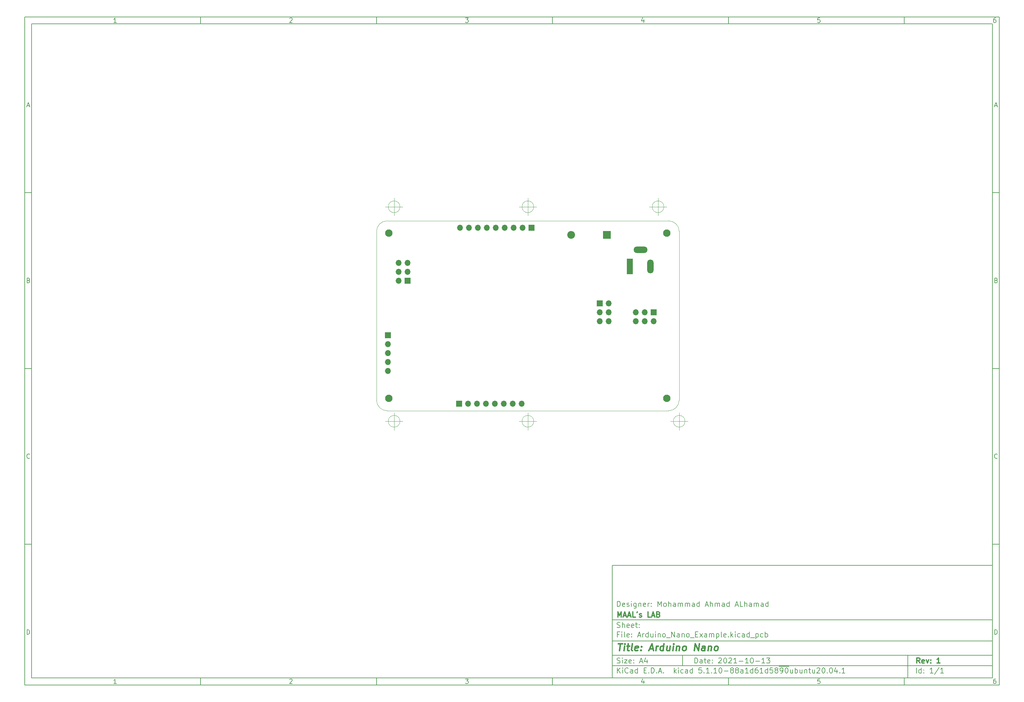
<source format=gbr>
%TF.GenerationSoftware,KiCad,Pcbnew,5.1.10-88a1d61d58~90~ubuntu20.04.1*%
%TF.CreationDate,2021-10-13T17:16:21+03:00*%
%TF.ProjectId,Arduino_Nano_Example,41726475-696e-46f5-9f4e-616e6f5f4578,1*%
%TF.SameCoordinates,Original*%
%TF.FileFunction,Soldermask,Bot*%
%TF.FilePolarity,Negative*%
%FSLAX46Y46*%
G04 Gerber Fmt 4.6, Leading zero omitted, Abs format (unit mm)*
G04 Created by KiCad (PCBNEW 5.1.10-88a1d61d58~90~ubuntu20.04.1) date 2021-10-13 17:16:21*
%MOMM*%
%LPD*%
G01*
G04 APERTURE LIST*
%ADD10C,0.100000*%
%ADD11C,0.150000*%
%ADD12C,0.300000*%
%ADD13C,0.400000*%
%TA.AperFunction,Profile*%
%ADD14C,0.050000*%
%TD*%
%ADD15O,1.700000X1.700000*%
%ADD16R,1.700000X1.700000*%
%ADD17O,2.200000X2.200000*%
%ADD18R,2.200000X2.200000*%
%ADD19O,4.000000X1.800000*%
%ADD20O,1.800000X4.000000*%
%ADD21R,1.800000X4.400000*%
%ADD22C,2.100000*%
G04 APERTURE END LIST*
D10*
D11*
X177002200Y-166007200D02*
X177002200Y-198007200D01*
X285002200Y-198007200D01*
X285002200Y-166007200D01*
X177002200Y-166007200D01*
D10*
D11*
X10000000Y-10000000D02*
X10000000Y-200007200D01*
X287002200Y-200007200D01*
X287002200Y-10000000D01*
X10000000Y-10000000D01*
D10*
D11*
X12000000Y-12000000D02*
X12000000Y-198007200D01*
X285002200Y-198007200D01*
X285002200Y-12000000D01*
X12000000Y-12000000D01*
D10*
D11*
X60000000Y-12000000D02*
X60000000Y-10000000D01*
D10*
D11*
X110000000Y-12000000D02*
X110000000Y-10000000D01*
D10*
D11*
X160000000Y-12000000D02*
X160000000Y-10000000D01*
D10*
D11*
X210000000Y-12000000D02*
X210000000Y-10000000D01*
D10*
D11*
X260000000Y-12000000D02*
X260000000Y-10000000D01*
D10*
D11*
X36065476Y-11588095D02*
X35322619Y-11588095D01*
X35694047Y-11588095D02*
X35694047Y-10288095D01*
X35570238Y-10473809D01*
X35446428Y-10597619D01*
X35322619Y-10659523D01*
D10*
D11*
X85322619Y-10411904D02*
X85384523Y-10350000D01*
X85508333Y-10288095D01*
X85817857Y-10288095D01*
X85941666Y-10350000D01*
X86003571Y-10411904D01*
X86065476Y-10535714D01*
X86065476Y-10659523D01*
X86003571Y-10845238D01*
X85260714Y-11588095D01*
X86065476Y-11588095D01*
D10*
D11*
X135260714Y-10288095D02*
X136065476Y-10288095D01*
X135632142Y-10783333D01*
X135817857Y-10783333D01*
X135941666Y-10845238D01*
X136003571Y-10907142D01*
X136065476Y-11030952D01*
X136065476Y-11340476D01*
X136003571Y-11464285D01*
X135941666Y-11526190D01*
X135817857Y-11588095D01*
X135446428Y-11588095D01*
X135322619Y-11526190D01*
X135260714Y-11464285D01*
D10*
D11*
X185941666Y-10721428D02*
X185941666Y-11588095D01*
X185632142Y-10226190D02*
X185322619Y-11154761D01*
X186127380Y-11154761D01*
D10*
D11*
X236003571Y-10288095D02*
X235384523Y-10288095D01*
X235322619Y-10907142D01*
X235384523Y-10845238D01*
X235508333Y-10783333D01*
X235817857Y-10783333D01*
X235941666Y-10845238D01*
X236003571Y-10907142D01*
X236065476Y-11030952D01*
X236065476Y-11340476D01*
X236003571Y-11464285D01*
X235941666Y-11526190D01*
X235817857Y-11588095D01*
X235508333Y-11588095D01*
X235384523Y-11526190D01*
X235322619Y-11464285D01*
D10*
D11*
X285941666Y-10288095D02*
X285694047Y-10288095D01*
X285570238Y-10350000D01*
X285508333Y-10411904D01*
X285384523Y-10597619D01*
X285322619Y-10845238D01*
X285322619Y-11340476D01*
X285384523Y-11464285D01*
X285446428Y-11526190D01*
X285570238Y-11588095D01*
X285817857Y-11588095D01*
X285941666Y-11526190D01*
X286003571Y-11464285D01*
X286065476Y-11340476D01*
X286065476Y-11030952D01*
X286003571Y-10907142D01*
X285941666Y-10845238D01*
X285817857Y-10783333D01*
X285570238Y-10783333D01*
X285446428Y-10845238D01*
X285384523Y-10907142D01*
X285322619Y-11030952D01*
D10*
D11*
X60000000Y-198007200D02*
X60000000Y-200007200D01*
D10*
D11*
X110000000Y-198007200D02*
X110000000Y-200007200D01*
D10*
D11*
X160000000Y-198007200D02*
X160000000Y-200007200D01*
D10*
D11*
X210000000Y-198007200D02*
X210000000Y-200007200D01*
D10*
D11*
X260000000Y-198007200D02*
X260000000Y-200007200D01*
D10*
D11*
X36065476Y-199595295D02*
X35322619Y-199595295D01*
X35694047Y-199595295D02*
X35694047Y-198295295D01*
X35570238Y-198481009D01*
X35446428Y-198604819D01*
X35322619Y-198666723D01*
D10*
D11*
X85322619Y-198419104D02*
X85384523Y-198357200D01*
X85508333Y-198295295D01*
X85817857Y-198295295D01*
X85941666Y-198357200D01*
X86003571Y-198419104D01*
X86065476Y-198542914D01*
X86065476Y-198666723D01*
X86003571Y-198852438D01*
X85260714Y-199595295D01*
X86065476Y-199595295D01*
D10*
D11*
X135260714Y-198295295D02*
X136065476Y-198295295D01*
X135632142Y-198790533D01*
X135817857Y-198790533D01*
X135941666Y-198852438D01*
X136003571Y-198914342D01*
X136065476Y-199038152D01*
X136065476Y-199347676D01*
X136003571Y-199471485D01*
X135941666Y-199533390D01*
X135817857Y-199595295D01*
X135446428Y-199595295D01*
X135322619Y-199533390D01*
X135260714Y-199471485D01*
D10*
D11*
X185941666Y-198728628D02*
X185941666Y-199595295D01*
X185632142Y-198233390D02*
X185322619Y-199161961D01*
X186127380Y-199161961D01*
D10*
D11*
X236003571Y-198295295D02*
X235384523Y-198295295D01*
X235322619Y-198914342D01*
X235384523Y-198852438D01*
X235508333Y-198790533D01*
X235817857Y-198790533D01*
X235941666Y-198852438D01*
X236003571Y-198914342D01*
X236065476Y-199038152D01*
X236065476Y-199347676D01*
X236003571Y-199471485D01*
X235941666Y-199533390D01*
X235817857Y-199595295D01*
X235508333Y-199595295D01*
X235384523Y-199533390D01*
X235322619Y-199471485D01*
D10*
D11*
X285941666Y-198295295D02*
X285694047Y-198295295D01*
X285570238Y-198357200D01*
X285508333Y-198419104D01*
X285384523Y-198604819D01*
X285322619Y-198852438D01*
X285322619Y-199347676D01*
X285384523Y-199471485D01*
X285446428Y-199533390D01*
X285570238Y-199595295D01*
X285817857Y-199595295D01*
X285941666Y-199533390D01*
X286003571Y-199471485D01*
X286065476Y-199347676D01*
X286065476Y-199038152D01*
X286003571Y-198914342D01*
X285941666Y-198852438D01*
X285817857Y-198790533D01*
X285570238Y-198790533D01*
X285446428Y-198852438D01*
X285384523Y-198914342D01*
X285322619Y-199038152D01*
D10*
D11*
X10000000Y-60000000D02*
X12000000Y-60000000D01*
D10*
D11*
X10000000Y-110000000D02*
X12000000Y-110000000D01*
D10*
D11*
X10000000Y-160000000D02*
X12000000Y-160000000D01*
D10*
D11*
X10690476Y-35216666D02*
X11309523Y-35216666D01*
X10566666Y-35588095D02*
X11000000Y-34288095D01*
X11433333Y-35588095D01*
D10*
D11*
X11092857Y-84907142D02*
X11278571Y-84969047D01*
X11340476Y-85030952D01*
X11402380Y-85154761D01*
X11402380Y-85340476D01*
X11340476Y-85464285D01*
X11278571Y-85526190D01*
X11154761Y-85588095D01*
X10659523Y-85588095D01*
X10659523Y-84288095D01*
X11092857Y-84288095D01*
X11216666Y-84350000D01*
X11278571Y-84411904D01*
X11340476Y-84535714D01*
X11340476Y-84659523D01*
X11278571Y-84783333D01*
X11216666Y-84845238D01*
X11092857Y-84907142D01*
X10659523Y-84907142D01*
D10*
D11*
X11402380Y-135464285D02*
X11340476Y-135526190D01*
X11154761Y-135588095D01*
X11030952Y-135588095D01*
X10845238Y-135526190D01*
X10721428Y-135402380D01*
X10659523Y-135278571D01*
X10597619Y-135030952D01*
X10597619Y-134845238D01*
X10659523Y-134597619D01*
X10721428Y-134473809D01*
X10845238Y-134350000D01*
X11030952Y-134288095D01*
X11154761Y-134288095D01*
X11340476Y-134350000D01*
X11402380Y-134411904D01*
D10*
D11*
X10659523Y-185588095D02*
X10659523Y-184288095D01*
X10969047Y-184288095D01*
X11154761Y-184350000D01*
X11278571Y-184473809D01*
X11340476Y-184597619D01*
X11402380Y-184845238D01*
X11402380Y-185030952D01*
X11340476Y-185278571D01*
X11278571Y-185402380D01*
X11154761Y-185526190D01*
X10969047Y-185588095D01*
X10659523Y-185588095D01*
D10*
D11*
X287002200Y-60000000D02*
X285002200Y-60000000D01*
D10*
D11*
X287002200Y-110000000D02*
X285002200Y-110000000D01*
D10*
D11*
X287002200Y-160000000D02*
X285002200Y-160000000D01*
D10*
D11*
X285692676Y-35216666D02*
X286311723Y-35216666D01*
X285568866Y-35588095D02*
X286002200Y-34288095D01*
X286435533Y-35588095D01*
D10*
D11*
X286095057Y-84907142D02*
X286280771Y-84969047D01*
X286342676Y-85030952D01*
X286404580Y-85154761D01*
X286404580Y-85340476D01*
X286342676Y-85464285D01*
X286280771Y-85526190D01*
X286156961Y-85588095D01*
X285661723Y-85588095D01*
X285661723Y-84288095D01*
X286095057Y-84288095D01*
X286218866Y-84350000D01*
X286280771Y-84411904D01*
X286342676Y-84535714D01*
X286342676Y-84659523D01*
X286280771Y-84783333D01*
X286218866Y-84845238D01*
X286095057Y-84907142D01*
X285661723Y-84907142D01*
D10*
D11*
X286404580Y-135464285D02*
X286342676Y-135526190D01*
X286156961Y-135588095D01*
X286033152Y-135588095D01*
X285847438Y-135526190D01*
X285723628Y-135402380D01*
X285661723Y-135278571D01*
X285599819Y-135030952D01*
X285599819Y-134845238D01*
X285661723Y-134597619D01*
X285723628Y-134473809D01*
X285847438Y-134350000D01*
X286033152Y-134288095D01*
X286156961Y-134288095D01*
X286342676Y-134350000D01*
X286404580Y-134411904D01*
D10*
D11*
X285661723Y-185588095D02*
X285661723Y-184288095D01*
X285971247Y-184288095D01*
X286156961Y-184350000D01*
X286280771Y-184473809D01*
X286342676Y-184597619D01*
X286404580Y-184845238D01*
X286404580Y-185030952D01*
X286342676Y-185278571D01*
X286280771Y-185402380D01*
X286156961Y-185526190D01*
X285971247Y-185588095D01*
X285661723Y-185588095D01*
D10*
D11*
X200434342Y-193785771D02*
X200434342Y-192285771D01*
X200791485Y-192285771D01*
X201005771Y-192357200D01*
X201148628Y-192500057D01*
X201220057Y-192642914D01*
X201291485Y-192928628D01*
X201291485Y-193142914D01*
X201220057Y-193428628D01*
X201148628Y-193571485D01*
X201005771Y-193714342D01*
X200791485Y-193785771D01*
X200434342Y-193785771D01*
X202577200Y-193785771D02*
X202577200Y-193000057D01*
X202505771Y-192857200D01*
X202362914Y-192785771D01*
X202077200Y-192785771D01*
X201934342Y-192857200D01*
X202577200Y-193714342D02*
X202434342Y-193785771D01*
X202077200Y-193785771D01*
X201934342Y-193714342D01*
X201862914Y-193571485D01*
X201862914Y-193428628D01*
X201934342Y-193285771D01*
X202077200Y-193214342D01*
X202434342Y-193214342D01*
X202577200Y-193142914D01*
X203077200Y-192785771D02*
X203648628Y-192785771D01*
X203291485Y-192285771D02*
X203291485Y-193571485D01*
X203362914Y-193714342D01*
X203505771Y-193785771D01*
X203648628Y-193785771D01*
X204720057Y-193714342D02*
X204577200Y-193785771D01*
X204291485Y-193785771D01*
X204148628Y-193714342D01*
X204077200Y-193571485D01*
X204077200Y-193000057D01*
X204148628Y-192857200D01*
X204291485Y-192785771D01*
X204577200Y-192785771D01*
X204720057Y-192857200D01*
X204791485Y-193000057D01*
X204791485Y-193142914D01*
X204077200Y-193285771D01*
X205434342Y-193642914D02*
X205505771Y-193714342D01*
X205434342Y-193785771D01*
X205362914Y-193714342D01*
X205434342Y-193642914D01*
X205434342Y-193785771D01*
X205434342Y-192857200D02*
X205505771Y-192928628D01*
X205434342Y-193000057D01*
X205362914Y-192928628D01*
X205434342Y-192857200D01*
X205434342Y-193000057D01*
X207220057Y-192428628D02*
X207291485Y-192357200D01*
X207434342Y-192285771D01*
X207791485Y-192285771D01*
X207934342Y-192357200D01*
X208005771Y-192428628D01*
X208077200Y-192571485D01*
X208077200Y-192714342D01*
X208005771Y-192928628D01*
X207148628Y-193785771D01*
X208077200Y-193785771D01*
X209005771Y-192285771D02*
X209148628Y-192285771D01*
X209291485Y-192357200D01*
X209362914Y-192428628D01*
X209434342Y-192571485D01*
X209505771Y-192857200D01*
X209505771Y-193214342D01*
X209434342Y-193500057D01*
X209362914Y-193642914D01*
X209291485Y-193714342D01*
X209148628Y-193785771D01*
X209005771Y-193785771D01*
X208862914Y-193714342D01*
X208791485Y-193642914D01*
X208720057Y-193500057D01*
X208648628Y-193214342D01*
X208648628Y-192857200D01*
X208720057Y-192571485D01*
X208791485Y-192428628D01*
X208862914Y-192357200D01*
X209005771Y-192285771D01*
X210077200Y-192428628D02*
X210148628Y-192357200D01*
X210291485Y-192285771D01*
X210648628Y-192285771D01*
X210791485Y-192357200D01*
X210862914Y-192428628D01*
X210934342Y-192571485D01*
X210934342Y-192714342D01*
X210862914Y-192928628D01*
X210005771Y-193785771D01*
X210934342Y-193785771D01*
X212362914Y-193785771D02*
X211505771Y-193785771D01*
X211934342Y-193785771D02*
X211934342Y-192285771D01*
X211791485Y-192500057D01*
X211648628Y-192642914D01*
X211505771Y-192714342D01*
X213005771Y-193214342D02*
X214148628Y-193214342D01*
X215648628Y-193785771D02*
X214791485Y-193785771D01*
X215220057Y-193785771D02*
X215220057Y-192285771D01*
X215077200Y-192500057D01*
X214934342Y-192642914D01*
X214791485Y-192714342D01*
X216577200Y-192285771D02*
X216720057Y-192285771D01*
X216862914Y-192357200D01*
X216934342Y-192428628D01*
X217005771Y-192571485D01*
X217077200Y-192857200D01*
X217077200Y-193214342D01*
X217005771Y-193500057D01*
X216934342Y-193642914D01*
X216862914Y-193714342D01*
X216720057Y-193785771D01*
X216577200Y-193785771D01*
X216434342Y-193714342D01*
X216362914Y-193642914D01*
X216291485Y-193500057D01*
X216220057Y-193214342D01*
X216220057Y-192857200D01*
X216291485Y-192571485D01*
X216362914Y-192428628D01*
X216434342Y-192357200D01*
X216577200Y-192285771D01*
X217720057Y-193214342D02*
X218862914Y-193214342D01*
X220362914Y-193785771D02*
X219505771Y-193785771D01*
X219934342Y-193785771D02*
X219934342Y-192285771D01*
X219791485Y-192500057D01*
X219648628Y-192642914D01*
X219505771Y-192714342D01*
X220862914Y-192285771D02*
X221791485Y-192285771D01*
X221291485Y-192857200D01*
X221505771Y-192857200D01*
X221648628Y-192928628D01*
X221720057Y-193000057D01*
X221791485Y-193142914D01*
X221791485Y-193500057D01*
X221720057Y-193642914D01*
X221648628Y-193714342D01*
X221505771Y-193785771D01*
X221077200Y-193785771D01*
X220934342Y-193714342D01*
X220862914Y-193642914D01*
D10*
D11*
X177002200Y-194507200D02*
X285002200Y-194507200D01*
D10*
D11*
X178434342Y-196585771D02*
X178434342Y-195085771D01*
X179291485Y-196585771D02*
X178648628Y-195728628D01*
X179291485Y-195085771D02*
X178434342Y-195942914D01*
X179934342Y-196585771D02*
X179934342Y-195585771D01*
X179934342Y-195085771D02*
X179862914Y-195157200D01*
X179934342Y-195228628D01*
X180005771Y-195157200D01*
X179934342Y-195085771D01*
X179934342Y-195228628D01*
X181505771Y-196442914D02*
X181434342Y-196514342D01*
X181220057Y-196585771D01*
X181077200Y-196585771D01*
X180862914Y-196514342D01*
X180720057Y-196371485D01*
X180648628Y-196228628D01*
X180577200Y-195942914D01*
X180577200Y-195728628D01*
X180648628Y-195442914D01*
X180720057Y-195300057D01*
X180862914Y-195157200D01*
X181077200Y-195085771D01*
X181220057Y-195085771D01*
X181434342Y-195157200D01*
X181505771Y-195228628D01*
X182791485Y-196585771D02*
X182791485Y-195800057D01*
X182720057Y-195657200D01*
X182577200Y-195585771D01*
X182291485Y-195585771D01*
X182148628Y-195657200D01*
X182791485Y-196514342D02*
X182648628Y-196585771D01*
X182291485Y-196585771D01*
X182148628Y-196514342D01*
X182077200Y-196371485D01*
X182077200Y-196228628D01*
X182148628Y-196085771D01*
X182291485Y-196014342D01*
X182648628Y-196014342D01*
X182791485Y-195942914D01*
X184148628Y-196585771D02*
X184148628Y-195085771D01*
X184148628Y-196514342D02*
X184005771Y-196585771D01*
X183720057Y-196585771D01*
X183577200Y-196514342D01*
X183505771Y-196442914D01*
X183434342Y-196300057D01*
X183434342Y-195871485D01*
X183505771Y-195728628D01*
X183577200Y-195657200D01*
X183720057Y-195585771D01*
X184005771Y-195585771D01*
X184148628Y-195657200D01*
X186005771Y-195800057D02*
X186505771Y-195800057D01*
X186720057Y-196585771D02*
X186005771Y-196585771D01*
X186005771Y-195085771D01*
X186720057Y-195085771D01*
X187362914Y-196442914D02*
X187434342Y-196514342D01*
X187362914Y-196585771D01*
X187291485Y-196514342D01*
X187362914Y-196442914D01*
X187362914Y-196585771D01*
X188077200Y-196585771D02*
X188077200Y-195085771D01*
X188434342Y-195085771D01*
X188648628Y-195157200D01*
X188791485Y-195300057D01*
X188862914Y-195442914D01*
X188934342Y-195728628D01*
X188934342Y-195942914D01*
X188862914Y-196228628D01*
X188791485Y-196371485D01*
X188648628Y-196514342D01*
X188434342Y-196585771D01*
X188077200Y-196585771D01*
X189577200Y-196442914D02*
X189648628Y-196514342D01*
X189577200Y-196585771D01*
X189505771Y-196514342D01*
X189577200Y-196442914D01*
X189577200Y-196585771D01*
X190220057Y-196157200D02*
X190934342Y-196157200D01*
X190077200Y-196585771D02*
X190577200Y-195085771D01*
X191077200Y-196585771D01*
X191577200Y-196442914D02*
X191648628Y-196514342D01*
X191577200Y-196585771D01*
X191505771Y-196514342D01*
X191577200Y-196442914D01*
X191577200Y-196585771D01*
X194577200Y-196585771D02*
X194577200Y-195085771D01*
X194720057Y-196014342D02*
X195148628Y-196585771D01*
X195148628Y-195585771D02*
X194577200Y-196157200D01*
X195791485Y-196585771D02*
X195791485Y-195585771D01*
X195791485Y-195085771D02*
X195720057Y-195157200D01*
X195791485Y-195228628D01*
X195862914Y-195157200D01*
X195791485Y-195085771D01*
X195791485Y-195228628D01*
X197148628Y-196514342D02*
X197005771Y-196585771D01*
X196720057Y-196585771D01*
X196577200Y-196514342D01*
X196505771Y-196442914D01*
X196434342Y-196300057D01*
X196434342Y-195871485D01*
X196505771Y-195728628D01*
X196577200Y-195657200D01*
X196720057Y-195585771D01*
X197005771Y-195585771D01*
X197148628Y-195657200D01*
X198434342Y-196585771D02*
X198434342Y-195800057D01*
X198362914Y-195657200D01*
X198220057Y-195585771D01*
X197934342Y-195585771D01*
X197791485Y-195657200D01*
X198434342Y-196514342D02*
X198291485Y-196585771D01*
X197934342Y-196585771D01*
X197791485Y-196514342D01*
X197720057Y-196371485D01*
X197720057Y-196228628D01*
X197791485Y-196085771D01*
X197934342Y-196014342D01*
X198291485Y-196014342D01*
X198434342Y-195942914D01*
X199791485Y-196585771D02*
X199791485Y-195085771D01*
X199791485Y-196514342D02*
X199648628Y-196585771D01*
X199362914Y-196585771D01*
X199220057Y-196514342D01*
X199148628Y-196442914D01*
X199077200Y-196300057D01*
X199077200Y-195871485D01*
X199148628Y-195728628D01*
X199220057Y-195657200D01*
X199362914Y-195585771D01*
X199648628Y-195585771D01*
X199791485Y-195657200D01*
X202362914Y-195085771D02*
X201648628Y-195085771D01*
X201577200Y-195800057D01*
X201648628Y-195728628D01*
X201791485Y-195657200D01*
X202148628Y-195657200D01*
X202291485Y-195728628D01*
X202362914Y-195800057D01*
X202434342Y-195942914D01*
X202434342Y-196300057D01*
X202362914Y-196442914D01*
X202291485Y-196514342D01*
X202148628Y-196585771D01*
X201791485Y-196585771D01*
X201648628Y-196514342D01*
X201577200Y-196442914D01*
X203077200Y-196442914D02*
X203148628Y-196514342D01*
X203077200Y-196585771D01*
X203005771Y-196514342D01*
X203077200Y-196442914D01*
X203077200Y-196585771D01*
X204577200Y-196585771D02*
X203720057Y-196585771D01*
X204148628Y-196585771D02*
X204148628Y-195085771D01*
X204005771Y-195300057D01*
X203862914Y-195442914D01*
X203720057Y-195514342D01*
X205220057Y-196442914D02*
X205291485Y-196514342D01*
X205220057Y-196585771D01*
X205148628Y-196514342D01*
X205220057Y-196442914D01*
X205220057Y-196585771D01*
X206720057Y-196585771D02*
X205862914Y-196585771D01*
X206291485Y-196585771D02*
X206291485Y-195085771D01*
X206148628Y-195300057D01*
X206005771Y-195442914D01*
X205862914Y-195514342D01*
X207648628Y-195085771D02*
X207791485Y-195085771D01*
X207934342Y-195157200D01*
X208005771Y-195228628D01*
X208077200Y-195371485D01*
X208148628Y-195657200D01*
X208148628Y-196014342D01*
X208077200Y-196300057D01*
X208005771Y-196442914D01*
X207934342Y-196514342D01*
X207791485Y-196585771D01*
X207648628Y-196585771D01*
X207505771Y-196514342D01*
X207434342Y-196442914D01*
X207362914Y-196300057D01*
X207291485Y-196014342D01*
X207291485Y-195657200D01*
X207362914Y-195371485D01*
X207434342Y-195228628D01*
X207505771Y-195157200D01*
X207648628Y-195085771D01*
X208791485Y-196014342D02*
X209934342Y-196014342D01*
X210862914Y-195728628D02*
X210720057Y-195657200D01*
X210648628Y-195585771D01*
X210577200Y-195442914D01*
X210577200Y-195371485D01*
X210648628Y-195228628D01*
X210720057Y-195157200D01*
X210862914Y-195085771D01*
X211148628Y-195085771D01*
X211291485Y-195157200D01*
X211362914Y-195228628D01*
X211434342Y-195371485D01*
X211434342Y-195442914D01*
X211362914Y-195585771D01*
X211291485Y-195657200D01*
X211148628Y-195728628D01*
X210862914Y-195728628D01*
X210720057Y-195800057D01*
X210648628Y-195871485D01*
X210577200Y-196014342D01*
X210577200Y-196300057D01*
X210648628Y-196442914D01*
X210720057Y-196514342D01*
X210862914Y-196585771D01*
X211148628Y-196585771D01*
X211291485Y-196514342D01*
X211362914Y-196442914D01*
X211434342Y-196300057D01*
X211434342Y-196014342D01*
X211362914Y-195871485D01*
X211291485Y-195800057D01*
X211148628Y-195728628D01*
X212291485Y-195728628D02*
X212148628Y-195657200D01*
X212077200Y-195585771D01*
X212005771Y-195442914D01*
X212005771Y-195371485D01*
X212077200Y-195228628D01*
X212148628Y-195157200D01*
X212291485Y-195085771D01*
X212577200Y-195085771D01*
X212720057Y-195157200D01*
X212791485Y-195228628D01*
X212862914Y-195371485D01*
X212862914Y-195442914D01*
X212791485Y-195585771D01*
X212720057Y-195657200D01*
X212577200Y-195728628D01*
X212291485Y-195728628D01*
X212148628Y-195800057D01*
X212077200Y-195871485D01*
X212005771Y-196014342D01*
X212005771Y-196300057D01*
X212077200Y-196442914D01*
X212148628Y-196514342D01*
X212291485Y-196585771D01*
X212577200Y-196585771D01*
X212720057Y-196514342D01*
X212791485Y-196442914D01*
X212862914Y-196300057D01*
X212862914Y-196014342D01*
X212791485Y-195871485D01*
X212720057Y-195800057D01*
X212577200Y-195728628D01*
X214148628Y-196585771D02*
X214148628Y-195800057D01*
X214077200Y-195657200D01*
X213934342Y-195585771D01*
X213648628Y-195585771D01*
X213505771Y-195657200D01*
X214148628Y-196514342D02*
X214005771Y-196585771D01*
X213648628Y-196585771D01*
X213505771Y-196514342D01*
X213434342Y-196371485D01*
X213434342Y-196228628D01*
X213505771Y-196085771D01*
X213648628Y-196014342D01*
X214005771Y-196014342D01*
X214148628Y-195942914D01*
X215648628Y-196585771D02*
X214791485Y-196585771D01*
X215220057Y-196585771D02*
X215220057Y-195085771D01*
X215077200Y-195300057D01*
X214934342Y-195442914D01*
X214791485Y-195514342D01*
X216934342Y-196585771D02*
X216934342Y-195085771D01*
X216934342Y-196514342D02*
X216791485Y-196585771D01*
X216505771Y-196585771D01*
X216362914Y-196514342D01*
X216291485Y-196442914D01*
X216220057Y-196300057D01*
X216220057Y-195871485D01*
X216291485Y-195728628D01*
X216362914Y-195657200D01*
X216505771Y-195585771D01*
X216791485Y-195585771D01*
X216934342Y-195657200D01*
X218291485Y-195085771D02*
X218005771Y-195085771D01*
X217862914Y-195157200D01*
X217791485Y-195228628D01*
X217648628Y-195442914D01*
X217577200Y-195728628D01*
X217577200Y-196300057D01*
X217648628Y-196442914D01*
X217720057Y-196514342D01*
X217862914Y-196585771D01*
X218148628Y-196585771D01*
X218291485Y-196514342D01*
X218362914Y-196442914D01*
X218434342Y-196300057D01*
X218434342Y-195942914D01*
X218362914Y-195800057D01*
X218291485Y-195728628D01*
X218148628Y-195657200D01*
X217862914Y-195657200D01*
X217720057Y-195728628D01*
X217648628Y-195800057D01*
X217577200Y-195942914D01*
X219862914Y-196585771D02*
X219005771Y-196585771D01*
X219434342Y-196585771D02*
X219434342Y-195085771D01*
X219291485Y-195300057D01*
X219148628Y-195442914D01*
X219005771Y-195514342D01*
X221148628Y-196585771D02*
X221148628Y-195085771D01*
X221148628Y-196514342D02*
X221005771Y-196585771D01*
X220720057Y-196585771D01*
X220577200Y-196514342D01*
X220505771Y-196442914D01*
X220434342Y-196300057D01*
X220434342Y-195871485D01*
X220505771Y-195728628D01*
X220577200Y-195657200D01*
X220720057Y-195585771D01*
X221005771Y-195585771D01*
X221148628Y-195657200D01*
X222577200Y-195085771D02*
X221862914Y-195085771D01*
X221791485Y-195800057D01*
X221862914Y-195728628D01*
X222005771Y-195657200D01*
X222362914Y-195657200D01*
X222505771Y-195728628D01*
X222577200Y-195800057D01*
X222648628Y-195942914D01*
X222648628Y-196300057D01*
X222577200Y-196442914D01*
X222505771Y-196514342D01*
X222362914Y-196585771D01*
X222005771Y-196585771D01*
X221862914Y-196514342D01*
X221791485Y-196442914D01*
X223505771Y-195728628D02*
X223362914Y-195657200D01*
X223291485Y-195585771D01*
X223220057Y-195442914D01*
X223220057Y-195371485D01*
X223291485Y-195228628D01*
X223362914Y-195157200D01*
X223505771Y-195085771D01*
X223791485Y-195085771D01*
X223934342Y-195157200D01*
X224005771Y-195228628D01*
X224077200Y-195371485D01*
X224077200Y-195442914D01*
X224005771Y-195585771D01*
X223934342Y-195657200D01*
X223791485Y-195728628D01*
X223505771Y-195728628D01*
X223362914Y-195800057D01*
X223291485Y-195871485D01*
X223220057Y-196014342D01*
X223220057Y-196300057D01*
X223291485Y-196442914D01*
X223362914Y-196514342D01*
X223505771Y-196585771D01*
X223791485Y-196585771D01*
X223934342Y-196514342D01*
X224005771Y-196442914D01*
X224077200Y-196300057D01*
X224077200Y-196014342D01*
X224005771Y-195871485D01*
X223934342Y-195800057D01*
X223791485Y-195728628D01*
X224362914Y-194677200D02*
X225791485Y-194677200D01*
X224791485Y-196585771D02*
X225077200Y-196585771D01*
X225220057Y-196514342D01*
X225291485Y-196442914D01*
X225434342Y-196228628D01*
X225505771Y-195942914D01*
X225505771Y-195371485D01*
X225434342Y-195228628D01*
X225362914Y-195157200D01*
X225220057Y-195085771D01*
X224934342Y-195085771D01*
X224791485Y-195157200D01*
X224720057Y-195228628D01*
X224648628Y-195371485D01*
X224648628Y-195728628D01*
X224720057Y-195871485D01*
X224791485Y-195942914D01*
X224934342Y-196014342D01*
X225220057Y-196014342D01*
X225362914Y-195942914D01*
X225434342Y-195871485D01*
X225505771Y-195728628D01*
X225791485Y-194677200D02*
X227220057Y-194677200D01*
X226434342Y-195085771D02*
X226577199Y-195085771D01*
X226720057Y-195157200D01*
X226791485Y-195228628D01*
X226862914Y-195371485D01*
X226934342Y-195657200D01*
X226934342Y-196014342D01*
X226862914Y-196300057D01*
X226791485Y-196442914D01*
X226720057Y-196514342D01*
X226577199Y-196585771D01*
X226434342Y-196585771D01*
X226291485Y-196514342D01*
X226220057Y-196442914D01*
X226148628Y-196300057D01*
X226077199Y-196014342D01*
X226077199Y-195657200D01*
X226148628Y-195371485D01*
X226220057Y-195228628D01*
X226291485Y-195157200D01*
X226434342Y-195085771D01*
X228220057Y-195585771D02*
X228220057Y-196585771D01*
X227577199Y-195585771D02*
X227577199Y-196371485D01*
X227648628Y-196514342D01*
X227791485Y-196585771D01*
X228005771Y-196585771D01*
X228148628Y-196514342D01*
X228220057Y-196442914D01*
X228934342Y-196585771D02*
X228934342Y-195085771D01*
X228934342Y-195657200D02*
X229077199Y-195585771D01*
X229362914Y-195585771D01*
X229505771Y-195657200D01*
X229577199Y-195728628D01*
X229648628Y-195871485D01*
X229648628Y-196300057D01*
X229577199Y-196442914D01*
X229505771Y-196514342D01*
X229362914Y-196585771D01*
X229077199Y-196585771D01*
X228934342Y-196514342D01*
X230934342Y-195585771D02*
X230934342Y-196585771D01*
X230291485Y-195585771D02*
X230291485Y-196371485D01*
X230362914Y-196514342D01*
X230505771Y-196585771D01*
X230720057Y-196585771D01*
X230862914Y-196514342D01*
X230934342Y-196442914D01*
X231648628Y-195585771D02*
X231648628Y-196585771D01*
X231648628Y-195728628D02*
X231720057Y-195657200D01*
X231862914Y-195585771D01*
X232077199Y-195585771D01*
X232220057Y-195657200D01*
X232291485Y-195800057D01*
X232291485Y-196585771D01*
X232791485Y-195585771D02*
X233362914Y-195585771D01*
X233005771Y-195085771D02*
X233005771Y-196371485D01*
X233077199Y-196514342D01*
X233220057Y-196585771D01*
X233362914Y-196585771D01*
X234505771Y-195585771D02*
X234505771Y-196585771D01*
X233862914Y-195585771D02*
X233862914Y-196371485D01*
X233934342Y-196514342D01*
X234077200Y-196585771D01*
X234291485Y-196585771D01*
X234434342Y-196514342D01*
X234505771Y-196442914D01*
X235148628Y-195228628D02*
X235220057Y-195157200D01*
X235362914Y-195085771D01*
X235720057Y-195085771D01*
X235862914Y-195157200D01*
X235934342Y-195228628D01*
X236005771Y-195371485D01*
X236005771Y-195514342D01*
X235934342Y-195728628D01*
X235077200Y-196585771D01*
X236005771Y-196585771D01*
X236934342Y-195085771D02*
X237077199Y-195085771D01*
X237220057Y-195157200D01*
X237291485Y-195228628D01*
X237362914Y-195371485D01*
X237434342Y-195657200D01*
X237434342Y-196014342D01*
X237362914Y-196300057D01*
X237291485Y-196442914D01*
X237220057Y-196514342D01*
X237077199Y-196585771D01*
X236934342Y-196585771D01*
X236791485Y-196514342D01*
X236720057Y-196442914D01*
X236648628Y-196300057D01*
X236577199Y-196014342D01*
X236577199Y-195657200D01*
X236648628Y-195371485D01*
X236720057Y-195228628D01*
X236791485Y-195157200D01*
X236934342Y-195085771D01*
X238077199Y-196442914D02*
X238148628Y-196514342D01*
X238077199Y-196585771D01*
X238005771Y-196514342D01*
X238077199Y-196442914D01*
X238077199Y-196585771D01*
X239077199Y-195085771D02*
X239220057Y-195085771D01*
X239362914Y-195157200D01*
X239434342Y-195228628D01*
X239505771Y-195371485D01*
X239577199Y-195657200D01*
X239577199Y-196014342D01*
X239505771Y-196300057D01*
X239434342Y-196442914D01*
X239362914Y-196514342D01*
X239220057Y-196585771D01*
X239077199Y-196585771D01*
X238934342Y-196514342D01*
X238862914Y-196442914D01*
X238791485Y-196300057D01*
X238720057Y-196014342D01*
X238720057Y-195657200D01*
X238791485Y-195371485D01*
X238862914Y-195228628D01*
X238934342Y-195157200D01*
X239077199Y-195085771D01*
X240862914Y-195585771D02*
X240862914Y-196585771D01*
X240505771Y-195014342D02*
X240148628Y-196085771D01*
X241077199Y-196085771D01*
X241648628Y-196442914D02*
X241720057Y-196514342D01*
X241648628Y-196585771D01*
X241577199Y-196514342D01*
X241648628Y-196442914D01*
X241648628Y-196585771D01*
X243148628Y-196585771D02*
X242291485Y-196585771D01*
X242720057Y-196585771D02*
X242720057Y-195085771D01*
X242577199Y-195300057D01*
X242434342Y-195442914D01*
X242291485Y-195514342D01*
D10*
D11*
X177002200Y-191507200D02*
X285002200Y-191507200D01*
D10*
D12*
X264411485Y-193785771D02*
X263911485Y-193071485D01*
X263554342Y-193785771D02*
X263554342Y-192285771D01*
X264125771Y-192285771D01*
X264268628Y-192357200D01*
X264340057Y-192428628D01*
X264411485Y-192571485D01*
X264411485Y-192785771D01*
X264340057Y-192928628D01*
X264268628Y-193000057D01*
X264125771Y-193071485D01*
X263554342Y-193071485D01*
X265625771Y-193714342D02*
X265482914Y-193785771D01*
X265197200Y-193785771D01*
X265054342Y-193714342D01*
X264982914Y-193571485D01*
X264982914Y-193000057D01*
X265054342Y-192857200D01*
X265197200Y-192785771D01*
X265482914Y-192785771D01*
X265625771Y-192857200D01*
X265697200Y-193000057D01*
X265697200Y-193142914D01*
X264982914Y-193285771D01*
X266197200Y-192785771D02*
X266554342Y-193785771D01*
X266911485Y-192785771D01*
X267482914Y-193642914D02*
X267554342Y-193714342D01*
X267482914Y-193785771D01*
X267411485Y-193714342D01*
X267482914Y-193642914D01*
X267482914Y-193785771D01*
X267482914Y-192857200D02*
X267554342Y-192928628D01*
X267482914Y-193000057D01*
X267411485Y-192928628D01*
X267482914Y-192857200D01*
X267482914Y-193000057D01*
X270125771Y-193785771D02*
X269268628Y-193785771D01*
X269697200Y-193785771D02*
X269697200Y-192285771D01*
X269554342Y-192500057D01*
X269411485Y-192642914D01*
X269268628Y-192714342D01*
D10*
D11*
X178362914Y-193714342D02*
X178577200Y-193785771D01*
X178934342Y-193785771D01*
X179077200Y-193714342D01*
X179148628Y-193642914D01*
X179220057Y-193500057D01*
X179220057Y-193357200D01*
X179148628Y-193214342D01*
X179077200Y-193142914D01*
X178934342Y-193071485D01*
X178648628Y-193000057D01*
X178505771Y-192928628D01*
X178434342Y-192857200D01*
X178362914Y-192714342D01*
X178362914Y-192571485D01*
X178434342Y-192428628D01*
X178505771Y-192357200D01*
X178648628Y-192285771D01*
X179005771Y-192285771D01*
X179220057Y-192357200D01*
X179862914Y-193785771D02*
X179862914Y-192785771D01*
X179862914Y-192285771D02*
X179791485Y-192357200D01*
X179862914Y-192428628D01*
X179934342Y-192357200D01*
X179862914Y-192285771D01*
X179862914Y-192428628D01*
X180434342Y-192785771D02*
X181220057Y-192785771D01*
X180434342Y-193785771D01*
X181220057Y-193785771D01*
X182362914Y-193714342D02*
X182220057Y-193785771D01*
X181934342Y-193785771D01*
X181791485Y-193714342D01*
X181720057Y-193571485D01*
X181720057Y-193000057D01*
X181791485Y-192857200D01*
X181934342Y-192785771D01*
X182220057Y-192785771D01*
X182362914Y-192857200D01*
X182434342Y-193000057D01*
X182434342Y-193142914D01*
X181720057Y-193285771D01*
X183077200Y-193642914D02*
X183148628Y-193714342D01*
X183077200Y-193785771D01*
X183005771Y-193714342D01*
X183077200Y-193642914D01*
X183077200Y-193785771D01*
X183077200Y-192857200D02*
X183148628Y-192928628D01*
X183077200Y-193000057D01*
X183005771Y-192928628D01*
X183077200Y-192857200D01*
X183077200Y-193000057D01*
X184862914Y-193357200D02*
X185577200Y-193357200D01*
X184720057Y-193785771D02*
X185220057Y-192285771D01*
X185720057Y-193785771D01*
X186862914Y-192785771D02*
X186862914Y-193785771D01*
X186505771Y-192214342D02*
X186148628Y-193285771D01*
X187077200Y-193285771D01*
D10*
D11*
X263434342Y-196585771D02*
X263434342Y-195085771D01*
X264791485Y-196585771D02*
X264791485Y-195085771D01*
X264791485Y-196514342D02*
X264648628Y-196585771D01*
X264362914Y-196585771D01*
X264220057Y-196514342D01*
X264148628Y-196442914D01*
X264077200Y-196300057D01*
X264077200Y-195871485D01*
X264148628Y-195728628D01*
X264220057Y-195657200D01*
X264362914Y-195585771D01*
X264648628Y-195585771D01*
X264791485Y-195657200D01*
X265505771Y-196442914D02*
X265577200Y-196514342D01*
X265505771Y-196585771D01*
X265434342Y-196514342D01*
X265505771Y-196442914D01*
X265505771Y-196585771D01*
X265505771Y-195657200D02*
X265577200Y-195728628D01*
X265505771Y-195800057D01*
X265434342Y-195728628D01*
X265505771Y-195657200D01*
X265505771Y-195800057D01*
X268148628Y-196585771D02*
X267291485Y-196585771D01*
X267720057Y-196585771D02*
X267720057Y-195085771D01*
X267577200Y-195300057D01*
X267434342Y-195442914D01*
X267291485Y-195514342D01*
X269862914Y-195014342D02*
X268577200Y-196942914D01*
X271148628Y-196585771D02*
X270291485Y-196585771D01*
X270720057Y-196585771D02*
X270720057Y-195085771D01*
X270577200Y-195300057D01*
X270434342Y-195442914D01*
X270291485Y-195514342D01*
D10*
D11*
X177002200Y-187507200D02*
X285002200Y-187507200D01*
D10*
D13*
X178714580Y-188211961D02*
X179857438Y-188211961D01*
X179036009Y-190211961D02*
X179286009Y-188211961D01*
X180274104Y-190211961D02*
X180440771Y-188878628D01*
X180524104Y-188211961D02*
X180416961Y-188307200D01*
X180500295Y-188402438D01*
X180607438Y-188307200D01*
X180524104Y-188211961D01*
X180500295Y-188402438D01*
X181107438Y-188878628D02*
X181869342Y-188878628D01*
X181476485Y-188211961D02*
X181262200Y-189926247D01*
X181333628Y-190116723D01*
X181512200Y-190211961D01*
X181702676Y-190211961D01*
X182655057Y-190211961D02*
X182476485Y-190116723D01*
X182405057Y-189926247D01*
X182619342Y-188211961D01*
X184190771Y-190116723D02*
X183988390Y-190211961D01*
X183607438Y-190211961D01*
X183428866Y-190116723D01*
X183357438Y-189926247D01*
X183452676Y-189164342D01*
X183571723Y-188973866D01*
X183774104Y-188878628D01*
X184155057Y-188878628D01*
X184333628Y-188973866D01*
X184405057Y-189164342D01*
X184381247Y-189354819D01*
X183405057Y-189545295D01*
X185155057Y-190021485D02*
X185238390Y-190116723D01*
X185131247Y-190211961D01*
X185047914Y-190116723D01*
X185155057Y-190021485D01*
X185131247Y-190211961D01*
X185286009Y-188973866D02*
X185369342Y-189069104D01*
X185262200Y-189164342D01*
X185178866Y-189069104D01*
X185286009Y-188973866D01*
X185262200Y-189164342D01*
X187583628Y-189640533D02*
X188536009Y-189640533D01*
X187321723Y-190211961D02*
X188238390Y-188211961D01*
X188655057Y-190211961D01*
X189321723Y-190211961D02*
X189488390Y-188878628D01*
X189440771Y-189259580D02*
X189559819Y-189069104D01*
X189666961Y-188973866D01*
X189869342Y-188878628D01*
X190059819Y-188878628D01*
X191416961Y-190211961D02*
X191666961Y-188211961D01*
X191428866Y-190116723D02*
X191226485Y-190211961D01*
X190845533Y-190211961D01*
X190666961Y-190116723D01*
X190583628Y-190021485D01*
X190512200Y-189831009D01*
X190583628Y-189259580D01*
X190702676Y-189069104D01*
X190809819Y-188973866D01*
X191012200Y-188878628D01*
X191393152Y-188878628D01*
X191571723Y-188973866D01*
X193393152Y-188878628D02*
X193226485Y-190211961D01*
X192536009Y-188878628D02*
X192405057Y-189926247D01*
X192476485Y-190116723D01*
X192655057Y-190211961D01*
X192940771Y-190211961D01*
X193143152Y-190116723D01*
X193250295Y-190021485D01*
X194178866Y-190211961D02*
X194345533Y-188878628D01*
X194428866Y-188211961D02*
X194321723Y-188307200D01*
X194405057Y-188402438D01*
X194512200Y-188307200D01*
X194428866Y-188211961D01*
X194405057Y-188402438D01*
X195297914Y-188878628D02*
X195131247Y-190211961D01*
X195274104Y-189069104D02*
X195381247Y-188973866D01*
X195583628Y-188878628D01*
X195869342Y-188878628D01*
X196047914Y-188973866D01*
X196119342Y-189164342D01*
X195988390Y-190211961D01*
X197226485Y-190211961D02*
X197047914Y-190116723D01*
X196964580Y-190021485D01*
X196893152Y-189831009D01*
X196964580Y-189259580D01*
X197083628Y-189069104D01*
X197190771Y-188973866D01*
X197393152Y-188878628D01*
X197678866Y-188878628D01*
X197857438Y-188973866D01*
X197940771Y-189069104D01*
X198012200Y-189259580D01*
X197940771Y-189831009D01*
X197821723Y-190021485D01*
X197714580Y-190116723D01*
X197512200Y-190211961D01*
X197226485Y-190211961D01*
X200274104Y-190211961D02*
X200524104Y-188211961D01*
X201416961Y-190211961D01*
X201666961Y-188211961D01*
X203226485Y-190211961D02*
X203357438Y-189164342D01*
X203286009Y-188973866D01*
X203107438Y-188878628D01*
X202726485Y-188878628D01*
X202524104Y-188973866D01*
X203238390Y-190116723D02*
X203036009Y-190211961D01*
X202559819Y-190211961D01*
X202381247Y-190116723D01*
X202309819Y-189926247D01*
X202333628Y-189735771D01*
X202452676Y-189545295D01*
X202655057Y-189450057D01*
X203131247Y-189450057D01*
X203333628Y-189354819D01*
X204345533Y-188878628D02*
X204178866Y-190211961D01*
X204321723Y-189069104D02*
X204428866Y-188973866D01*
X204631247Y-188878628D01*
X204916961Y-188878628D01*
X205095533Y-188973866D01*
X205166961Y-189164342D01*
X205036009Y-190211961D01*
X206274104Y-190211961D02*
X206095533Y-190116723D01*
X206012200Y-190021485D01*
X205940771Y-189831009D01*
X206012200Y-189259580D01*
X206131247Y-189069104D01*
X206238390Y-188973866D01*
X206440771Y-188878628D01*
X206726485Y-188878628D01*
X206905057Y-188973866D01*
X206988390Y-189069104D01*
X207059819Y-189259580D01*
X206988390Y-189831009D01*
X206869342Y-190021485D01*
X206762200Y-190116723D01*
X206559819Y-190211961D01*
X206274104Y-190211961D01*
D10*
D11*
X178934342Y-185600057D02*
X178434342Y-185600057D01*
X178434342Y-186385771D02*
X178434342Y-184885771D01*
X179148628Y-184885771D01*
X179720057Y-186385771D02*
X179720057Y-185385771D01*
X179720057Y-184885771D02*
X179648628Y-184957200D01*
X179720057Y-185028628D01*
X179791485Y-184957200D01*
X179720057Y-184885771D01*
X179720057Y-185028628D01*
X180648628Y-186385771D02*
X180505771Y-186314342D01*
X180434342Y-186171485D01*
X180434342Y-184885771D01*
X181791485Y-186314342D02*
X181648628Y-186385771D01*
X181362914Y-186385771D01*
X181220057Y-186314342D01*
X181148628Y-186171485D01*
X181148628Y-185600057D01*
X181220057Y-185457200D01*
X181362914Y-185385771D01*
X181648628Y-185385771D01*
X181791485Y-185457200D01*
X181862914Y-185600057D01*
X181862914Y-185742914D01*
X181148628Y-185885771D01*
X182505771Y-186242914D02*
X182577200Y-186314342D01*
X182505771Y-186385771D01*
X182434342Y-186314342D01*
X182505771Y-186242914D01*
X182505771Y-186385771D01*
X182505771Y-185457200D02*
X182577200Y-185528628D01*
X182505771Y-185600057D01*
X182434342Y-185528628D01*
X182505771Y-185457200D01*
X182505771Y-185600057D01*
X184291485Y-185957200D02*
X185005771Y-185957200D01*
X184148628Y-186385771D02*
X184648628Y-184885771D01*
X185148628Y-186385771D01*
X185648628Y-186385771D02*
X185648628Y-185385771D01*
X185648628Y-185671485D02*
X185720057Y-185528628D01*
X185791485Y-185457200D01*
X185934342Y-185385771D01*
X186077200Y-185385771D01*
X187220057Y-186385771D02*
X187220057Y-184885771D01*
X187220057Y-186314342D02*
X187077200Y-186385771D01*
X186791485Y-186385771D01*
X186648628Y-186314342D01*
X186577200Y-186242914D01*
X186505771Y-186100057D01*
X186505771Y-185671485D01*
X186577200Y-185528628D01*
X186648628Y-185457200D01*
X186791485Y-185385771D01*
X187077200Y-185385771D01*
X187220057Y-185457200D01*
X188577200Y-185385771D02*
X188577200Y-186385771D01*
X187934342Y-185385771D02*
X187934342Y-186171485D01*
X188005771Y-186314342D01*
X188148628Y-186385771D01*
X188362914Y-186385771D01*
X188505771Y-186314342D01*
X188577200Y-186242914D01*
X189291485Y-186385771D02*
X189291485Y-185385771D01*
X189291485Y-184885771D02*
X189220057Y-184957200D01*
X189291485Y-185028628D01*
X189362914Y-184957200D01*
X189291485Y-184885771D01*
X189291485Y-185028628D01*
X190005771Y-185385771D02*
X190005771Y-186385771D01*
X190005771Y-185528628D02*
X190077200Y-185457200D01*
X190220057Y-185385771D01*
X190434342Y-185385771D01*
X190577200Y-185457200D01*
X190648628Y-185600057D01*
X190648628Y-186385771D01*
X191577200Y-186385771D02*
X191434342Y-186314342D01*
X191362914Y-186242914D01*
X191291485Y-186100057D01*
X191291485Y-185671485D01*
X191362914Y-185528628D01*
X191434342Y-185457200D01*
X191577200Y-185385771D01*
X191791485Y-185385771D01*
X191934342Y-185457200D01*
X192005771Y-185528628D01*
X192077200Y-185671485D01*
X192077200Y-186100057D01*
X192005771Y-186242914D01*
X191934342Y-186314342D01*
X191791485Y-186385771D01*
X191577200Y-186385771D01*
X192362914Y-186528628D02*
X193505771Y-186528628D01*
X193862914Y-186385771D02*
X193862914Y-184885771D01*
X194720057Y-186385771D01*
X194720057Y-184885771D01*
X196077200Y-186385771D02*
X196077200Y-185600057D01*
X196005771Y-185457200D01*
X195862914Y-185385771D01*
X195577200Y-185385771D01*
X195434342Y-185457200D01*
X196077200Y-186314342D02*
X195934342Y-186385771D01*
X195577200Y-186385771D01*
X195434342Y-186314342D01*
X195362914Y-186171485D01*
X195362914Y-186028628D01*
X195434342Y-185885771D01*
X195577200Y-185814342D01*
X195934342Y-185814342D01*
X196077200Y-185742914D01*
X196791485Y-185385771D02*
X196791485Y-186385771D01*
X196791485Y-185528628D02*
X196862914Y-185457200D01*
X197005771Y-185385771D01*
X197220057Y-185385771D01*
X197362914Y-185457200D01*
X197434342Y-185600057D01*
X197434342Y-186385771D01*
X198362914Y-186385771D02*
X198220057Y-186314342D01*
X198148628Y-186242914D01*
X198077200Y-186100057D01*
X198077200Y-185671485D01*
X198148628Y-185528628D01*
X198220057Y-185457200D01*
X198362914Y-185385771D01*
X198577200Y-185385771D01*
X198720057Y-185457200D01*
X198791485Y-185528628D01*
X198862914Y-185671485D01*
X198862914Y-186100057D01*
X198791485Y-186242914D01*
X198720057Y-186314342D01*
X198577200Y-186385771D01*
X198362914Y-186385771D01*
X199148628Y-186528628D02*
X200291485Y-186528628D01*
X200648628Y-185600057D02*
X201148628Y-185600057D01*
X201362914Y-186385771D02*
X200648628Y-186385771D01*
X200648628Y-184885771D01*
X201362914Y-184885771D01*
X201862914Y-186385771D02*
X202648628Y-185385771D01*
X201862914Y-185385771D02*
X202648628Y-186385771D01*
X203862914Y-186385771D02*
X203862914Y-185600057D01*
X203791485Y-185457200D01*
X203648628Y-185385771D01*
X203362914Y-185385771D01*
X203220057Y-185457200D01*
X203862914Y-186314342D02*
X203720057Y-186385771D01*
X203362914Y-186385771D01*
X203220057Y-186314342D01*
X203148628Y-186171485D01*
X203148628Y-186028628D01*
X203220057Y-185885771D01*
X203362914Y-185814342D01*
X203720057Y-185814342D01*
X203862914Y-185742914D01*
X204577200Y-186385771D02*
X204577200Y-185385771D01*
X204577200Y-185528628D02*
X204648628Y-185457200D01*
X204791485Y-185385771D01*
X205005771Y-185385771D01*
X205148628Y-185457200D01*
X205220057Y-185600057D01*
X205220057Y-186385771D01*
X205220057Y-185600057D02*
X205291485Y-185457200D01*
X205434342Y-185385771D01*
X205648628Y-185385771D01*
X205791485Y-185457200D01*
X205862914Y-185600057D01*
X205862914Y-186385771D01*
X206577200Y-185385771D02*
X206577200Y-186885771D01*
X206577200Y-185457200D02*
X206720057Y-185385771D01*
X207005771Y-185385771D01*
X207148628Y-185457200D01*
X207220057Y-185528628D01*
X207291485Y-185671485D01*
X207291485Y-186100057D01*
X207220057Y-186242914D01*
X207148628Y-186314342D01*
X207005771Y-186385771D01*
X206720057Y-186385771D01*
X206577200Y-186314342D01*
X208148628Y-186385771D02*
X208005771Y-186314342D01*
X207934342Y-186171485D01*
X207934342Y-184885771D01*
X209291485Y-186314342D02*
X209148628Y-186385771D01*
X208862914Y-186385771D01*
X208720057Y-186314342D01*
X208648628Y-186171485D01*
X208648628Y-185600057D01*
X208720057Y-185457200D01*
X208862914Y-185385771D01*
X209148628Y-185385771D01*
X209291485Y-185457200D01*
X209362914Y-185600057D01*
X209362914Y-185742914D01*
X208648628Y-185885771D01*
X210005771Y-186242914D02*
X210077200Y-186314342D01*
X210005771Y-186385771D01*
X209934342Y-186314342D01*
X210005771Y-186242914D01*
X210005771Y-186385771D01*
X210720057Y-186385771D02*
X210720057Y-184885771D01*
X210862914Y-185814342D02*
X211291485Y-186385771D01*
X211291485Y-185385771D02*
X210720057Y-185957200D01*
X211934342Y-186385771D02*
X211934342Y-185385771D01*
X211934342Y-184885771D02*
X211862914Y-184957200D01*
X211934342Y-185028628D01*
X212005771Y-184957200D01*
X211934342Y-184885771D01*
X211934342Y-185028628D01*
X213291485Y-186314342D02*
X213148628Y-186385771D01*
X212862914Y-186385771D01*
X212720057Y-186314342D01*
X212648628Y-186242914D01*
X212577200Y-186100057D01*
X212577200Y-185671485D01*
X212648628Y-185528628D01*
X212720057Y-185457200D01*
X212862914Y-185385771D01*
X213148628Y-185385771D01*
X213291485Y-185457200D01*
X214577200Y-186385771D02*
X214577200Y-185600057D01*
X214505771Y-185457200D01*
X214362914Y-185385771D01*
X214077200Y-185385771D01*
X213934342Y-185457200D01*
X214577200Y-186314342D02*
X214434342Y-186385771D01*
X214077200Y-186385771D01*
X213934342Y-186314342D01*
X213862914Y-186171485D01*
X213862914Y-186028628D01*
X213934342Y-185885771D01*
X214077200Y-185814342D01*
X214434342Y-185814342D01*
X214577200Y-185742914D01*
X215934342Y-186385771D02*
X215934342Y-184885771D01*
X215934342Y-186314342D02*
X215791485Y-186385771D01*
X215505771Y-186385771D01*
X215362914Y-186314342D01*
X215291485Y-186242914D01*
X215220057Y-186100057D01*
X215220057Y-185671485D01*
X215291485Y-185528628D01*
X215362914Y-185457200D01*
X215505771Y-185385771D01*
X215791485Y-185385771D01*
X215934342Y-185457200D01*
X216291485Y-186528628D02*
X217434342Y-186528628D01*
X217791485Y-185385771D02*
X217791485Y-186885771D01*
X217791485Y-185457200D02*
X217934342Y-185385771D01*
X218220057Y-185385771D01*
X218362914Y-185457200D01*
X218434342Y-185528628D01*
X218505771Y-185671485D01*
X218505771Y-186100057D01*
X218434342Y-186242914D01*
X218362914Y-186314342D01*
X218220057Y-186385771D01*
X217934342Y-186385771D01*
X217791485Y-186314342D01*
X219791485Y-186314342D02*
X219648628Y-186385771D01*
X219362914Y-186385771D01*
X219220057Y-186314342D01*
X219148628Y-186242914D01*
X219077200Y-186100057D01*
X219077200Y-185671485D01*
X219148628Y-185528628D01*
X219220057Y-185457200D01*
X219362914Y-185385771D01*
X219648628Y-185385771D01*
X219791485Y-185457200D01*
X220434342Y-186385771D02*
X220434342Y-184885771D01*
X220434342Y-185457200D02*
X220577200Y-185385771D01*
X220862914Y-185385771D01*
X221005771Y-185457200D01*
X221077200Y-185528628D01*
X221148628Y-185671485D01*
X221148628Y-186100057D01*
X221077200Y-186242914D01*
X221005771Y-186314342D01*
X220862914Y-186385771D01*
X220577200Y-186385771D01*
X220434342Y-186314342D01*
D10*
D11*
X177002200Y-181507200D02*
X285002200Y-181507200D01*
D10*
D11*
X178362914Y-183614342D02*
X178577200Y-183685771D01*
X178934342Y-183685771D01*
X179077200Y-183614342D01*
X179148628Y-183542914D01*
X179220057Y-183400057D01*
X179220057Y-183257200D01*
X179148628Y-183114342D01*
X179077200Y-183042914D01*
X178934342Y-182971485D01*
X178648628Y-182900057D01*
X178505771Y-182828628D01*
X178434342Y-182757200D01*
X178362914Y-182614342D01*
X178362914Y-182471485D01*
X178434342Y-182328628D01*
X178505771Y-182257200D01*
X178648628Y-182185771D01*
X179005771Y-182185771D01*
X179220057Y-182257200D01*
X179862914Y-183685771D02*
X179862914Y-182185771D01*
X180505771Y-183685771D02*
X180505771Y-182900057D01*
X180434342Y-182757200D01*
X180291485Y-182685771D01*
X180077200Y-182685771D01*
X179934342Y-182757200D01*
X179862914Y-182828628D01*
X181791485Y-183614342D02*
X181648628Y-183685771D01*
X181362914Y-183685771D01*
X181220057Y-183614342D01*
X181148628Y-183471485D01*
X181148628Y-182900057D01*
X181220057Y-182757200D01*
X181362914Y-182685771D01*
X181648628Y-182685771D01*
X181791485Y-182757200D01*
X181862914Y-182900057D01*
X181862914Y-183042914D01*
X181148628Y-183185771D01*
X183077200Y-183614342D02*
X182934342Y-183685771D01*
X182648628Y-183685771D01*
X182505771Y-183614342D01*
X182434342Y-183471485D01*
X182434342Y-182900057D01*
X182505771Y-182757200D01*
X182648628Y-182685771D01*
X182934342Y-182685771D01*
X183077200Y-182757200D01*
X183148628Y-182900057D01*
X183148628Y-183042914D01*
X182434342Y-183185771D01*
X183577200Y-182685771D02*
X184148628Y-182685771D01*
X183791485Y-182185771D02*
X183791485Y-183471485D01*
X183862914Y-183614342D01*
X184005771Y-183685771D01*
X184148628Y-183685771D01*
X184648628Y-183542914D02*
X184720057Y-183614342D01*
X184648628Y-183685771D01*
X184577200Y-183614342D01*
X184648628Y-183542914D01*
X184648628Y-183685771D01*
X184648628Y-182757200D02*
X184720057Y-182828628D01*
X184648628Y-182900057D01*
X184577200Y-182828628D01*
X184648628Y-182757200D01*
X184648628Y-182900057D01*
D10*
D12*
X178554342Y-180685771D02*
X178554342Y-179185771D01*
X179054342Y-180257200D01*
X179554342Y-179185771D01*
X179554342Y-180685771D01*
X180197200Y-180257200D02*
X180911485Y-180257200D01*
X180054342Y-180685771D02*
X180554342Y-179185771D01*
X181054342Y-180685771D01*
X181482914Y-180257200D02*
X182197200Y-180257200D01*
X181340057Y-180685771D02*
X181840057Y-179185771D01*
X182340057Y-180685771D01*
X183554342Y-180685771D02*
X182840057Y-180685771D01*
X182840057Y-179185771D01*
X184125771Y-179185771D02*
X183982914Y-179471485D01*
X184697200Y-180614342D02*
X184840057Y-180685771D01*
X185125771Y-180685771D01*
X185268628Y-180614342D01*
X185340057Y-180471485D01*
X185340057Y-180400057D01*
X185268628Y-180257200D01*
X185125771Y-180185771D01*
X184911485Y-180185771D01*
X184768628Y-180114342D01*
X184697200Y-179971485D01*
X184697200Y-179900057D01*
X184768628Y-179757200D01*
X184911485Y-179685771D01*
X185125771Y-179685771D01*
X185268628Y-179757200D01*
X187840057Y-180685771D02*
X187125771Y-180685771D01*
X187125771Y-179185771D01*
X188268628Y-180257200D02*
X188982914Y-180257200D01*
X188125771Y-180685771D02*
X188625771Y-179185771D01*
X189125771Y-180685771D01*
X190125771Y-179900057D02*
X190340057Y-179971485D01*
X190411485Y-180042914D01*
X190482914Y-180185771D01*
X190482914Y-180400057D01*
X190411485Y-180542914D01*
X190340057Y-180614342D01*
X190197200Y-180685771D01*
X189625771Y-180685771D01*
X189625771Y-179185771D01*
X190125771Y-179185771D01*
X190268628Y-179257200D01*
X190340057Y-179328628D01*
X190411485Y-179471485D01*
X190411485Y-179614342D01*
X190340057Y-179757200D01*
X190268628Y-179828628D01*
X190125771Y-179900057D01*
X189625771Y-179900057D01*
D10*
D11*
X178434342Y-177685771D02*
X178434342Y-176185771D01*
X178791485Y-176185771D01*
X179005771Y-176257200D01*
X179148628Y-176400057D01*
X179220057Y-176542914D01*
X179291485Y-176828628D01*
X179291485Y-177042914D01*
X179220057Y-177328628D01*
X179148628Y-177471485D01*
X179005771Y-177614342D01*
X178791485Y-177685771D01*
X178434342Y-177685771D01*
X180505771Y-177614342D02*
X180362914Y-177685771D01*
X180077200Y-177685771D01*
X179934342Y-177614342D01*
X179862914Y-177471485D01*
X179862914Y-176900057D01*
X179934342Y-176757200D01*
X180077200Y-176685771D01*
X180362914Y-176685771D01*
X180505771Y-176757200D01*
X180577200Y-176900057D01*
X180577200Y-177042914D01*
X179862914Y-177185771D01*
X181148628Y-177614342D02*
X181291485Y-177685771D01*
X181577200Y-177685771D01*
X181720057Y-177614342D01*
X181791485Y-177471485D01*
X181791485Y-177400057D01*
X181720057Y-177257200D01*
X181577200Y-177185771D01*
X181362914Y-177185771D01*
X181220057Y-177114342D01*
X181148628Y-176971485D01*
X181148628Y-176900057D01*
X181220057Y-176757200D01*
X181362914Y-176685771D01*
X181577200Y-176685771D01*
X181720057Y-176757200D01*
X182434342Y-177685771D02*
X182434342Y-176685771D01*
X182434342Y-176185771D02*
X182362914Y-176257200D01*
X182434342Y-176328628D01*
X182505771Y-176257200D01*
X182434342Y-176185771D01*
X182434342Y-176328628D01*
X183791485Y-176685771D02*
X183791485Y-177900057D01*
X183720057Y-178042914D01*
X183648628Y-178114342D01*
X183505771Y-178185771D01*
X183291485Y-178185771D01*
X183148628Y-178114342D01*
X183791485Y-177614342D02*
X183648628Y-177685771D01*
X183362914Y-177685771D01*
X183220057Y-177614342D01*
X183148628Y-177542914D01*
X183077200Y-177400057D01*
X183077200Y-176971485D01*
X183148628Y-176828628D01*
X183220057Y-176757200D01*
X183362914Y-176685771D01*
X183648628Y-176685771D01*
X183791485Y-176757200D01*
X184505771Y-176685771D02*
X184505771Y-177685771D01*
X184505771Y-176828628D02*
X184577200Y-176757200D01*
X184720057Y-176685771D01*
X184934342Y-176685771D01*
X185077200Y-176757200D01*
X185148628Y-176900057D01*
X185148628Y-177685771D01*
X186434342Y-177614342D02*
X186291485Y-177685771D01*
X186005771Y-177685771D01*
X185862914Y-177614342D01*
X185791485Y-177471485D01*
X185791485Y-176900057D01*
X185862914Y-176757200D01*
X186005771Y-176685771D01*
X186291485Y-176685771D01*
X186434342Y-176757200D01*
X186505771Y-176900057D01*
X186505771Y-177042914D01*
X185791485Y-177185771D01*
X187148628Y-177685771D02*
X187148628Y-176685771D01*
X187148628Y-176971485D02*
X187220057Y-176828628D01*
X187291485Y-176757200D01*
X187434342Y-176685771D01*
X187577200Y-176685771D01*
X188077200Y-177542914D02*
X188148628Y-177614342D01*
X188077200Y-177685771D01*
X188005771Y-177614342D01*
X188077200Y-177542914D01*
X188077200Y-177685771D01*
X188077200Y-176757200D02*
X188148628Y-176828628D01*
X188077200Y-176900057D01*
X188005771Y-176828628D01*
X188077200Y-176757200D01*
X188077200Y-176900057D01*
X189934342Y-177685771D02*
X189934342Y-176185771D01*
X190434342Y-177257200D01*
X190934342Y-176185771D01*
X190934342Y-177685771D01*
X191862914Y-177685771D02*
X191720057Y-177614342D01*
X191648628Y-177542914D01*
X191577200Y-177400057D01*
X191577200Y-176971485D01*
X191648628Y-176828628D01*
X191720057Y-176757200D01*
X191862914Y-176685771D01*
X192077200Y-176685771D01*
X192220057Y-176757200D01*
X192291485Y-176828628D01*
X192362914Y-176971485D01*
X192362914Y-177400057D01*
X192291485Y-177542914D01*
X192220057Y-177614342D01*
X192077200Y-177685771D01*
X191862914Y-177685771D01*
X193005771Y-177685771D02*
X193005771Y-176185771D01*
X193648628Y-177685771D02*
X193648628Y-176900057D01*
X193577200Y-176757200D01*
X193434342Y-176685771D01*
X193220057Y-176685771D01*
X193077200Y-176757200D01*
X193005771Y-176828628D01*
X195005771Y-177685771D02*
X195005771Y-176900057D01*
X194934342Y-176757200D01*
X194791485Y-176685771D01*
X194505771Y-176685771D01*
X194362914Y-176757200D01*
X195005771Y-177614342D02*
X194862914Y-177685771D01*
X194505771Y-177685771D01*
X194362914Y-177614342D01*
X194291485Y-177471485D01*
X194291485Y-177328628D01*
X194362914Y-177185771D01*
X194505771Y-177114342D01*
X194862914Y-177114342D01*
X195005771Y-177042914D01*
X195720057Y-177685771D02*
X195720057Y-176685771D01*
X195720057Y-176828628D02*
X195791485Y-176757200D01*
X195934342Y-176685771D01*
X196148628Y-176685771D01*
X196291485Y-176757200D01*
X196362914Y-176900057D01*
X196362914Y-177685771D01*
X196362914Y-176900057D02*
X196434342Y-176757200D01*
X196577200Y-176685771D01*
X196791485Y-176685771D01*
X196934342Y-176757200D01*
X197005771Y-176900057D01*
X197005771Y-177685771D01*
X197720057Y-177685771D02*
X197720057Y-176685771D01*
X197720057Y-176828628D02*
X197791485Y-176757200D01*
X197934342Y-176685771D01*
X198148628Y-176685771D01*
X198291485Y-176757200D01*
X198362914Y-176900057D01*
X198362914Y-177685771D01*
X198362914Y-176900057D02*
X198434342Y-176757200D01*
X198577200Y-176685771D01*
X198791485Y-176685771D01*
X198934342Y-176757200D01*
X199005771Y-176900057D01*
X199005771Y-177685771D01*
X200362914Y-177685771D02*
X200362914Y-176900057D01*
X200291485Y-176757200D01*
X200148628Y-176685771D01*
X199862914Y-176685771D01*
X199720057Y-176757200D01*
X200362914Y-177614342D02*
X200220057Y-177685771D01*
X199862914Y-177685771D01*
X199720057Y-177614342D01*
X199648628Y-177471485D01*
X199648628Y-177328628D01*
X199720057Y-177185771D01*
X199862914Y-177114342D01*
X200220057Y-177114342D01*
X200362914Y-177042914D01*
X201720057Y-177685771D02*
X201720057Y-176185771D01*
X201720057Y-177614342D02*
X201577200Y-177685771D01*
X201291485Y-177685771D01*
X201148628Y-177614342D01*
X201077200Y-177542914D01*
X201005771Y-177400057D01*
X201005771Y-176971485D01*
X201077200Y-176828628D01*
X201148628Y-176757200D01*
X201291485Y-176685771D01*
X201577200Y-176685771D01*
X201720057Y-176757200D01*
X203505771Y-177257200D02*
X204220057Y-177257200D01*
X203362914Y-177685771D02*
X203862914Y-176185771D01*
X204362914Y-177685771D01*
X204862914Y-177685771D02*
X204862914Y-176185771D01*
X205505771Y-177685771D02*
X205505771Y-176900057D01*
X205434342Y-176757200D01*
X205291485Y-176685771D01*
X205077200Y-176685771D01*
X204934342Y-176757200D01*
X204862914Y-176828628D01*
X206220057Y-177685771D02*
X206220057Y-176685771D01*
X206220057Y-176828628D02*
X206291485Y-176757200D01*
X206434342Y-176685771D01*
X206648628Y-176685771D01*
X206791485Y-176757200D01*
X206862914Y-176900057D01*
X206862914Y-177685771D01*
X206862914Y-176900057D02*
X206934342Y-176757200D01*
X207077200Y-176685771D01*
X207291485Y-176685771D01*
X207434342Y-176757200D01*
X207505771Y-176900057D01*
X207505771Y-177685771D01*
X208862914Y-177685771D02*
X208862914Y-176900057D01*
X208791485Y-176757200D01*
X208648628Y-176685771D01*
X208362914Y-176685771D01*
X208220057Y-176757200D01*
X208862914Y-177614342D02*
X208720057Y-177685771D01*
X208362914Y-177685771D01*
X208220057Y-177614342D01*
X208148628Y-177471485D01*
X208148628Y-177328628D01*
X208220057Y-177185771D01*
X208362914Y-177114342D01*
X208720057Y-177114342D01*
X208862914Y-177042914D01*
X210220057Y-177685771D02*
X210220057Y-176185771D01*
X210220057Y-177614342D02*
X210077200Y-177685771D01*
X209791485Y-177685771D01*
X209648628Y-177614342D01*
X209577200Y-177542914D01*
X209505771Y-177400057D01*
X209505771Y-176971485D01*
X209577200Y-176828628D01*
X209648628Y-176757200D01*
X209791485Y-176685771D01*
X210077200Y-176685771D01*
X210220057Y-176757200D01*
X212005771Y-177257200D02*
X212720057Y-177257200D01*
X211862914Y-177685771D02*
X212362914Y-176185771D01*
X212862914Y-177685771D01*
X214077200Y-177685771D02*
X213362914Y-177685771D01*
X213362914Y-176185771D01*
X214577200Y-177685771D02*
X214577200Y-176185771D01*
X215220057Y-177685771D02*
X215220057Y-176900057D01*
X215148628Y-176757200D01*
X215005771Y-176685771D01*
X214791485Y-176685771D01*
X214648628Y-176757200D01*
X214577200Y-176828628D01*
X216577200Y-177685771D02*
X216577200Y-176900057D01*
X216505771Y-176757200D01*
X216362914Y-176685771D01*
X216077200Y-176685771D01*
X215934342Y-176757200D01*
X216577200Y-177614342D02*
X216434342Y-177685771D01*
X216077200Y-177685771D01*
X215934342Y-177614342D01*
X215862914Y-177471485D01*
X215862914Y-177328628D01*
X215934342Y-177185771D01*
X216077200Y-177114342D01*
X216434342Y-177114342D01*
X216577200Y-177042914D01*
X217291485Y-177685771D02*
X217291485Y-176685771D01*
X217291485Y-176828628D02*
X217362914Y-176757200D01*
X217505771Y-176685771D01*
X217720057Y-176685771D01*
X217862914Y-176757200D01*
X217934342Y-176900057D01*
X217934342Y-177685771D01*
X217934342Y-176900057D02*
X218005771Y-176757200D01*
X218148628Y-176685771D01*
X218362914Y-176685771D01*
X218505771Y-176757200D01*
X218577200Y-176900057D01*
X218577200Y-177685771D01*
X219934342Y-177685771D02*
X219934342Y-176900057D01*
X219862914Y-176757200D01*
X219720057Y-176685771D01*
X219434342Y-176685771D01*
X219291485Y-176757200D01*
X219934342Y-177614342D02*
X219791485Y-177685771D01*
X219434342Y-177685771D01*
X219291485Y-177614342D01*
X219220057Y-177471485D01*
X219220057Y-177328628D01*
X219291485Y-177185771D01*
X219434342Y-177114342D01*
X219791485Y-177114342D01*
X219934342Y-177042914D01*
X221291485Y-177685771D02*
X221291485Y-176185771D01*
X221291485Y-177614342D02*
X221148628Y-177685771D01*
X220862914Y-177685771D01*
X220720057Y-177614342D01*
X220648628Y-177542914D01*
X220577200Y-177400057D01*
X220577200Y-176971485D01*
X220648628Y-176828628D01*
X220720057Y-176757200D01*
X220862914Y-176685771D01*
X221148628Y-176685771D01*
X221291485Y-176757200D01*
D10*
D11*
X197002200Y-191507200D02*
X197002200Y-194507200D01*
D10*
D11*
X261002200Y-191507200D02*
X261002200Y-198007200D01*
D14*
X116666666Y-64000000D02*
G75*
G03*
X116666666Y-64000000I-1666666J0D01*
G01*
X112500000Y-64000000D02*
X117500000Y-64000000D01*
X115000000Y-61500000D02*
X115000000Y-66500000D01*
X191666666Y-64000000D02*
G75*
G03*
X191666666Y-64000000I-1666666J0D01*
G01*
X187500000Y-64000000D02*
X192500000Y-64000000D01*
X190000000Y-61500000D02*
X190000000Y-66500000D01*
X154666666Y-64000000D02*
G75*
G03*
X154666666Y-64000000I-1666666J0D01*
G01*
X150500000Y-64000000D02*
X155500000Y-64000000D01*
X153000000Y-61500000D02*
X153000000Y-66500000D01*
X154666666Y-125000000D02*
G75*
G03*
X154666666Y-125000000I-1666666J0D01*
G01*
X150500000Y-125000000D02*
X155500000Y-125000000D01*
X153000000Y-122500000D02*
X153000000Y-127500000D01*
X197666666Y-125000000D02*
G75*
G03*
X197666666Y-125000000I-1666666J0D01*
G01*
X193500000Y-125000000D02*
X198500000Y-125000000D01*
X196000000Y-122500000D02*
X196000000Y-127500000D01*
X116666666Y-125000000D02*
G75*
G03*
X116666666Y-125000000I-1666666J0D01*
G01*
X112500000Y-125000000D02*
X117500000Y-125000000D01*
X115000000Y-122500000D02*
X115000000Y-127500000D01*
X196000000Y-119000000D02*
X196000000Y-71000000D01*
X113000000Y-122000000D02*
X193000000Y-122000000D01*
X110000000Y-71000000D02*
X110000000Y-119000000D01*
X193000000Y-68000000D02*
X113000000Y-68000000D01*
X193000000Y-68000000D02*
G75*
G02*
X196000000Y-71000000I0J-3000000D01*
G01*
X196000000Y-119000000D02*
G75*
G02*
X193000000Y-122000000I-3000000J0D01*
G01*
X113000000Y-122000000D02*
G75*
G02*
X110000000Y-119000000I0J3000000D01*
G01*
X110000000Y-71000000D02*
G75*
G02*
X113000000Y-68000000I3000000J0D01*
G01*
D15*
%TO.C,J7*%
X133680000Y-70000000D03*
X136220000Y-70000000D03*
X138760000Y-70000000D03*
X141300000Y-70000000D03*
X143840000Y-70000000D03*
X146380000Y-70000000D03*
X148920000Y-70000000D03*
X151460000Y-70000000D03*
D16*
X154000000Y-70000000D03*
%TD*%
D15*
%TO.C,J6*%
X176000000Y-96580000D03*
X173460000Y-96580000D03*
X176000000Y-94040000D03*
X173460000Y-94040000D03*
X176000000Y-91500000D03*
D16*
X173460000Y-91500000D03*
%TD*%
D15*
%TO.C,J8*%
X183680000Y-96570000D03*
X183680000Y-94030000D03*
X186220000Y-96570000D03*
X186220000Y-94030000D03*
X188760000Y-96570000D03*
D16*
X188760000Y-94030000D03*
%TD*%
D17*
%TO.C,D6*%
X165340000Y-72000000D03*
D18*
X175500000Y-72000000D03*
%TD*%
D15*
%TO.C,J5*%
X151280000Y-120000000D03*
X148740000Y-120000000D03*
X146200000Y-120000000D03*
X143660000Y-120000000D03*
X141120000Y-120000000D03*
X138580000Y-120000000D03*
X136040000Y-120000000D03*
D16*
X133500000Y-120000000D03*
%TD*%
D15*
%TO.C,J4*%
X113200000Y-110680000D03*
X113200000Y-108140000D03*
X113200000Y-105600000D03*
X113200000Y-103060000D03*
D16*
X113200000Y-100520000D03*
%TD*%
D19*
%TO.C,J3*%
X185000000Y-76200000D03*
D20*
X187800000Y-81000000D03*
D21*
X182000000Y-81000000D03*
%TD*%
D15*
%TO.C,J1*%
X116260000Y-79920000D03*
X118800000Y-79920000D03*
X116260000Y-82460000D03*
X118800000Y-82460000D03*
X116260000Y-85000000D03*
D16*
X118800000Y-85000000D03*
%TD*%
D22*
%TO.C,H4*%
X113500000Y-71500000D03*
%TD*%
%TO.C,H3*%
X192500000Y-71500000D03*
%TD*%
%TO.C,H2*%
X192500000Y-118500000D03*
%TD*%
%TO.C,H1*%
X113500000Y-118500000D03*
%TD*%
M02*

</source>
